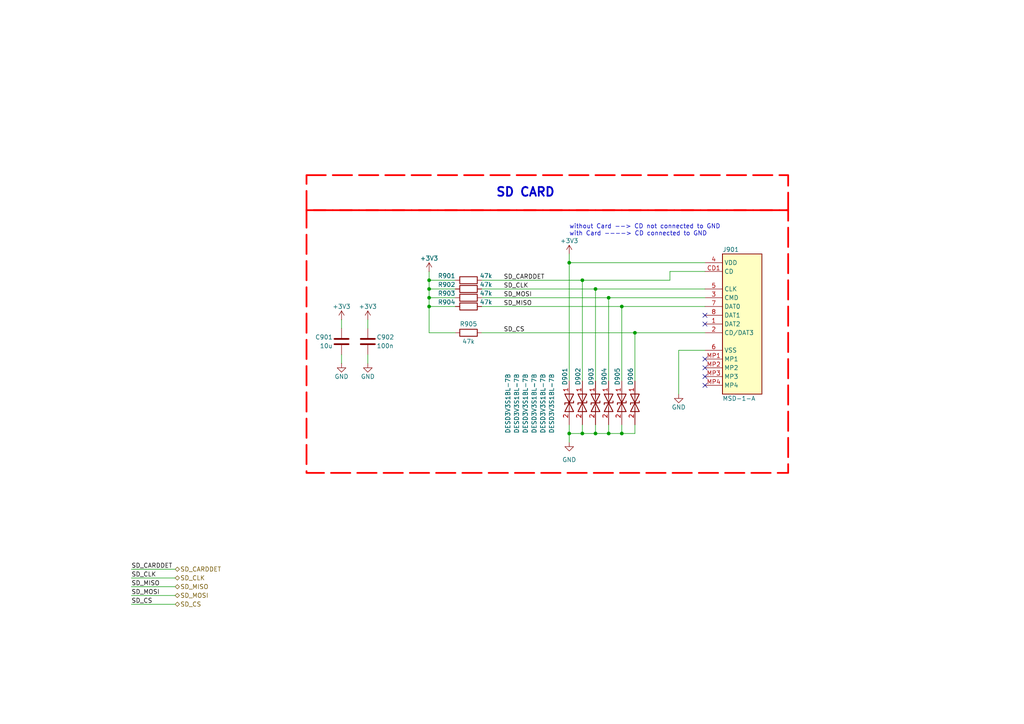
<source format=kicad_sch>
(kicad_sch (version 20231120) (generator "eeschema") (generator_version "8.0")
  (paper "A4")
  (title_block (title "SD Card") (date "2024-04-09") (company "MQuero"))
  (lib_symbols
    (symbol "Device:C" (pin_numbers hide) (pin_names (offset 0.254))
      (property "Reference" "C" (at 0.635 2.54 0))
      (property "Value" "C" (at 0.635 -2.54 0))
      (symbol "C_0_1"
        (polyline (pts (xy -2.032 -0.762) (xy 2.032 -0.762)) (stroke (width 0.508)))
        (polyline (pts (xy -2.032 0.762) (xy 2.032 0.762)) (stroke (width 0.508)))
      )
      (symbol "C_1_1"
        (pin passive line (at 0 3.81 270) (length 2.794) (name "~") (number "1"))
        (pin passive line (at 0 -3.81 90) (length 2.794) (name "~") (number "2"))
      )
    )
    (symbol "Device:R" (pin_numbers hide) (pin_names (offset 0))
      (property "Reference" "R" (at 2.032 0 90))
      (property "Value" "R" (at 0 0 90))
      (symbol "R_0_1"
        (rectangle (start -1.016 -2.54) (end 1.016 2.54) (stroke (width 0.254)))
      )
      (symbol "R_1_1"
        (pin passive line (at 0 3.81 270) (length 1.27) (name "~") (number "1"))
        (pin passive line (at 0 -3.81 90) (length 1.27) (name "~") (number "2"))
      )
    )
    (symbol "TFG:DESD3V3S1BL-7B" (pin_names (offset 0.254))
      (property "Reference" "D" (at 2.54 1.27 0))
      (property "Value" "DESD3V3S1BL-7B" (at 2.54 -1.27 0))
      (symbol "DESD3V3S1BL-7B_0_1"
        (polyline (pts (xy 0 -1.27) (xy 0 1.27)))
        (polyline (pts (xy 1.27 -0.508) (xy 1.27 0) (xy -1.27 0) (xy -1.27 0.508)) (stroke (width 0.254)))
        (polyline (pts (xy 1.27 2.54) (xy -1.27 2.54) (xy 1.27 -2.54) (xy -1.27 -2.54) (xy 1.27 2.54)) (stroke (width 0.254)))
      )
      (symbol "DESD3V3S1BL-7B_1_1"
        (pin unspecified line (at 0 6.35 270) (length 5.08) (name "~") (number "1"))
        (pin unspecified line (at 0 -6.35 90) (length 5.08) (name "~") (number "2"))
      )
    )
    (symbol "TFG:MSD-1-A"
      (property "Reference" "J" (at 0 1.27 0))
      (property "Value" "MSD-1-A" (at 0 -41.91 0))
      (symbol "MSD-1-A_1_1"
        (rectangle (start 0 0) (end 11.43 -40.64) (stroke (width 0.254)) (fill (type background)))
        (pin unspecified line (at -5.08 -20.32 0) (length 5.08) (name "DAT2") (number "1"))
        (pin unspecified line (at -5.08 -22.86 0) (length 5.08) (name "CD/DAT3") (number "2"))
        (pin unspecified line (at -5.08 -12.7 0) (length 5.08) (name "CMD") (number "3"))
        (pin unspecified line (at -5.08 -2.54 0) (length 5.08) (name "VDD") (number "4"))
        (pin unspecified line (at -5.08 -10.16 0) (length 5.08) (name "CLK") (number "5"))
        (pin unspecified line (at -5.08 -27.94 0) (length 5.08) (name "VSS") (number "6"))
        (pin unspecified line (at -5.08 -15.24 0) (length 5.08) (name "DAT0") (number "7"))
        (pin unspecified line (at -5.08 -17.78 0) (length 5.08) (name "DAT1") (number "8"))
        (pin unspecified line (at -5.08 -5.08 0) (length 5.08) (name "CD") (number "CD1"))
        (pin unspecified line (at -5.08 -30.48 0) (length 5.08) (name "MP1") (number "MP1"))
        (pin unspecified line (at -5.08 -33.02 0) (length 5.08) (name "MP2") (number "MP2"))
        (pin unspecified line (at -5.08 -35.56 0) (length 5.08) (name "MP3") (number "MP3"))
        (pin unspecified line (at -5.08 -38.1 0) (length 5.08) (name "MP4") (number "MP4"))
      )
    )
    (symbol "power:+3V3" (power) (pin_numbers hide) (pin_names (offset 0) hide)
      (property "Value" "+3V3" (at 0 3.556 0))
      (symbol "+3V3_0_1"
        (polyline (pts (xy -0.762 1.27) (xy 0 2.54)))
        (polyline (pts (xy 0 0) (xy 0 2.54)))
        (polyline (pts (xy 0 2.54) (xy 0.762 1.27)))
      )
      (symbol "+3V3_1_1"
        (pin power_in line (at 0 0 90) (length 0) (name "~") (number "1"))
      )
    )
    (symbol "power:GND" (power) (pin_numbers hide) (pin_names (offset 0) hide)
      (property "Value" "GND" (at 0 -3.81 0))
      (symbol "GND_0_1"
        (polyline (pts (xy 0 0) (xy 0 -1.27) (xy 1.27 -1.27) (xy 0 -2.54) (xy -1.27 -1.27) (xy 0 -1.27)))
      )
      (symbol "GND_1_1"
        (pin power_in line (at 0 0 270) (length 0) (name "~") (number "1"))
      )
    )
  )
  (junction (at 124.46 88.9))
  (junction (at 124.46 81.28))
  (junction (at 184.15 96.52))
  (junction (at 165.1 76.2))
  (junction (at 168.91 81.28))
  (junction (at 172.72 83.82))
  (junction (at 176.53 86.36))
  (junction (at 168.91 125.73))
  (junction (at 124.46 86.36))
  (junction (at 165.1 125.73))
  (junction (at 172.72 125.73))
  (junction (at 124.46 83.82))
  (junction (at 180.34 88.9))
  (junction (at 180.34 125.73))
  (junction (at 176.53 125.73))
  (no_connect (at 204.47 93.98))
  (no_connect (at 204.47 104.14))
  (no_connect (at 204.47 106.68))
  (no_connect (at 204.47 109.22))
  (no_connect (at 204.47 111.76))
  (no_connect (at 204.47 91.44))
  (wire (pts (xy 165.1 76.2) (xy 165.1 110.49)))
  (wire (pts (xy 124.46 88.9) (xy 132.08 88.9)))
  (wire (pts (xy 124.46 78.74) (xy 124.46 81.28)))
  (wire (pts (xy 176.53 123.19) (xy 176.53 125.73)))
  (wire (pts (xy 139.7 83.82) (xy 172.72 83.82)))
  (wire (pts (xy 165.1 73.66) (xy 165.1 76.2)))
  (wire (pts (xy 124.46 81.28) (xy 124.46 83.82)))
  (wire (pts (xy 172.72 83.82) (xy 172.72 110.49)))
  (wire (pts (xy 139.7 81.28) (xy 168.91 81.28)))
  (wire (pts (xy 204.47 101.6) (xy 196.85 101.6)))
  (wire (pts (xy 176.53 86.36) (xy 176.53 110.49)))
  (wire (pts (xy 124.46 83.82) (xy 132.08 83.82)))
  (wire (pts (xy 168.91 125.73) (xy 165.1 125.73)))
  (wire (pts (xy 204.47 78.74) (xy 194.31 78.74)))
  (wire (pts (xy 38.1 165.1) (xy 50.8 165.1)))
  (wire (pts (xy 165.1 125.73) (xy 165.1 128.27)))
  (wire (pts (xy 38.1 175.26) (xy 50.8 175.26)))
  (wire (pts (xy 180.34 123.19) (xy 180.34 125.73)))
  (wire (pts (xy 196.85 101.6) (xy 196.85 114.3)))
  (wire (pts (xy 194.31 81.28) (xy 194.31 78.74)))
  (wire (pts (xy 176.53 86.36) (xy 204.47 86.36)))
  (wire (pts (xy 180.34 125.73) (xy 176.53 125.73)))
  (wire (pts (xy 99.06 102.87) (xy 99.06 105.41)))
  (wire (pts (xy 132.08 96.52) (xy 124.46 96.52)))
  (wire (pts (xy 106.68 102.87) (xy 106.68 105.41)))
  (wire (pts (xy 184.15 96.52) (xy 184.15 110.49)))
  (wire (pts (xy 184.15 123.19) (xy 184.15 125.73)))
  (wire (pts (xy 124.46 86.36) (xy 132.08 86.36)))
  (wire (pts (xy 124.46 81.28) (xy 132.08 81.28)))
  (wire (pts (xy 165.1 76.2) (xy 204.47 76.2)))
  (wire (pts (xy 124.46 83.82) (xy 124.46 86.36)))
  (wire (pts (xy 168.91 123.19) (xy 168.91 125.73)))
  (wire (pts (xy 139.7 96.52) (xy 184.15 96.52)))
  (wire (pts (xy 106.68 92.71) (xy 106.68 95.25)))
  (wire (pts (xy 168.91 81.28) (xy 168.91 110.49)))
  (wire (pts (xy 180.34 88.9) (xy 204.47 88.9)))
  (wire (pts (xy 180.34 125.73) (xy 184.15 125.73)))
  (wire (pts (xy 38.1 167.64) (xy 50.8 167.64)))
  (wire (pts (xy 165.1 123.19) (xy 165.1 125.73)))
  (wire (pts (xy 99.06 92.71) (xy 99.06 95.25)))
  (wire (pts (xy 168.91 81.28) (xy 194.31 81.28)))
  (wire (pts (xy 172.72 123.19) (xy 172.72 125.73)))
  (wire (pts (xy 184.15 96.52) (xy 204.47 96.52)))
  (wire (pts (xy 172.72 125.73) (xy 168.91 125.73)))
  (wire (pts (xy 124.46 86.36) (xy 124.46 88.9)))
  (wire (pts (xy 38.1 172.72) (xy 50.8 172.72)))
  (wire (pts (xy 139.7 88.9) (xy 180.34 88.9)))
  (wire (pts (xy 180.34 88.9) (xy 180.34 110.49)))
  (wire (pts (xy 139.7 86.36) (xy 176.53 86.36)))
  (wire (pts (xy 172.72 83.82) (xy 204.47 83.82)))
  (wire (pts (xy 38.1 170.18) (xy 50.8 170.18)))
  (wire (pts (xy 176.53 125.73) (xy 172.72 125.73)))
  (wire (pts (xy 124.46 96.52) (xy 124.46 88.9)))
  (rectangle (start 88.9 60.96) (end 228.6 137.16) (stroke (width 0.508) (type dash) (color 255 0 0 1)))
  (rectangle (start 88.9 50.8) (end 228.6 60.96) (stroke (width 0.508) (type dash) (color 255 0 0 1)))
  (text "without Card --> CD not connected to GND\nwith Card ----> CD connected to GND" (at 165.1 68.58 0) (effects (font (size 1.27 1.27)) (justify left bottom)))
  (text "SD CARD" (at 152.4 55.88 0) (effects (font (size 2.54 2.54) (thickness 0.508) (bold yes))))
  (label "SD_CS" (at 38.1 175.26 0))
  (label "SD_CARDDET" (at 146.05 81.28 0))
  (label "SD_MOSI" (at 146.05 86.36 0))
  (label "SD_MISO" (at 38.1 170.18 0))
  (label "SD_CLK" (at 38.1 167.64 0))
  (label "SD_CARDDET" (at 38.1 165.1 0))
  (label "SD_CLK" (at 146.05 83.82 0))
  (label "SD_MISO" (at 146.05 88.9 0))
  (label "SD_CS" (at 146.05 96.52 0))
  (label "SD_MOSI" (at 38.1 172.72 0))
  (hierarchical_label "SD_CS" (shape bidirectional) (at 50.8 175.26 0))
  (hierarchical_label "SD_CARDDET" (shape bidirectional) (at 50.8 165.1 0))
  (hierarchical_label "SD_MOSI" (shape bidirectional) (at 50.8 172.72 0))
  (hierarchical_label "SD_CLK" (shape bidirectional) (at 50.8 167.64 0))
  (hierarchical_label "SD_MISO" (shape bidirectional) (at 50.8 170.18 0))
  (symbol (lib_id "power:+3V3") (at 165.1 73.66 0) (unit 1)
    (property "Reference" "#PWR0901" (effects (hide yes)))
    (property "Value" "+3V3" (at 165.1 69.85 0))
    (property "Description" "Power symbol creates a global label with name \"+3V3\"" (effects (hide yes)))
  )
  (symbol (lib_id "power:GND") (at 196.85 114.3 0) (unit 1)
    (property "Reference" "#PWR0907" (effects (hide yes)))
    (property "Value" "GND" (at 196.85 118.11 0))
    (property "Description" "Power symbol creates a global label with name \"GND\" , ground" (effects (hide yes)))
  )
  (symbol (lib_id "Device:R") (at 135.89 83.82 90) (unit 1)
    (property "Reference" "R902" (at 129.54 82.55 90))
    (property "Value" "47k" (at 140.97 82.55 90))
    (property "Footprint" "Resistor_SMD:R_0402_1005Metric" (effects (hide yes)))
    (property "Description" "Resistor" (effects (hide yes)))
  )
  (symbol (lib_id "TFG:DESD3V3S1BL-7B") (at 165.1 116.84 0) (mirror y) (unit 1)
    (property "Reference" "D901" (at 163.83 111.76 90) (effects (justify left)))
    (property "Value" "DESD3V3S1BL-7B" (at 147.32 125.73 90) (effects (justify left)))
    (property "Footprint" "TFG:DESD3V3S1BL-7B" (effects (hide yes)))
    (property "Datasheet" "https://www.diodes.com/assets/Datasheets/DESD3V3S1BL.pdf" (effects (hide yes)))
    (property "Description" "TVS DIODE 3.3VWM 7VC DFN1006-2" (effects (hide yes)))
    (property "MQ PN" "TFGD004 " (effects (hide yes)))
  )
  (symbol (lib_id "Device:R") (at 135.89 88.9 90) (unit 1)
    (property "Reference" "R904" (at 129.54 87.63 90))
    (property "Value" "47k" (at 140.97 87.63 90))
    (property "Footprint" "Resistor_SMD:R_0402_1005Metric" (effects (hide yes)))
    (property "Description" "Resistor" (effects (hide yes)))
  )
  (symbol (lib_id "Device:R") (at 135.89 96.52 90) (unit 1)
    (property "Reference" "R905" (at 135.89 93.98 90))
    (property "Value" "47k" (at 135.89 99.06 90))
    (property "Footprint" "Resistor_SMD:R_0402_1005Metric" (effects (hide yes)))
    (property "Description" "Resistor" (effects (hide yes)))
  )
  (symbol (lib_id "power:+3V3") (at 124.46 78.74 0) (unit 1)
    (property "Reference" "#PWR0902" (effects (hide yes)))
    (property "Value" "+3V3" (at 124.46 74.93 0))
    (property "Description" "Power symbol creates a global label with name \"+3V3\"" (effects (hide yes)))
  )
  (symbol (lib_id "Device:R") (at 135.89 81.28 90) (unit 1)
    (property "Reference" "R901" (at 129.54 80.01 90))
    (property "Value" "47k" (at 140.97 80.01 90))
    (property "Footprint" "Resistor_SMD:R_0402_1005Metric" (effects (hide yes)))
    (property "Description" "Resistor" (effects (hide yes)))
  )
  (symbol (lib_id "power:+3V3") (at 106.68 92.71 0) (unit 1)
    (property "Reference" "#PWR0904" (effects (hide yes)))
    (property "Value" "+3V3" (at 106.68 88.9 0))
    (property "Description" "Power symbol creates a global label with name \"+3V3\"" (effects (hide yes)))
  )
  (symbol (lib_id "Device:C") (at 99.06 99.06 0) (mirror y) (unit 1)
    (property "Reference" "C901" (at 96.52 97.79 0) (effects (justify left)))
    (property "Value" "10u" (at 96.52 100.33 0) (effects (justify left)))
    (property "Footprint" "Capacitor_SMD:C_0402_1005Metric" (effects (hide yes)))
    (property "Description" "Unpolarized capacitor" (effects (hide yes)))
  )
  (symbol (lib_id "power:GND") (at 99.06 105.41 0) (unit 1)
    (property "Reference" "#PWR0905" (effects (hide yes)))
    (property "Value" "GND" (at 99.06 109.22 0))
    (property "Description" "Power symbol creates a global label with name \"GND\" , ground" (effects (hide yes)))
  )
  (symbol (lib_id "power:+3V3") (at 99.06 92.71 0) (unit 1)
    (property "Reference" "#PWR0903" (effects (hide yes)))
    (property "Value" "+3V3" (at 99.06 88.9 0))
    (property "Description" "Power symbol creates a global label with name \"+3V3\"" (effects (hide yes)))
  )
  (symbol (lib_id "TFG:DESD3V3S1BL-7B") (at 184.15 116.84 0) (mirror y) (unit 1)
    (property "Reference" "D906" (at 182.88 111.76 90) (effects (justify left)))
    (property "Value" "DESD3V3S1BL-7B" (at 160.02 125.73 90) (effects (justify left)))
    (property "Footprint" "TFG:DESD3V3S1BL-7B" (effects (hide yes)))
    (property "Datasheet" "https://www.diodes.com/assets/Datasheets/DESD3V3S1BL.pdf" (effects (hide yes)))
    (property "Description" "TVS DIODE 3.3VWM 7VC DFN1006-2" (effects (hide yes)))
    (property "MQ PN" "TFGD004 " (effects (hide yes)))
  )
  (symbol (lib_id "TFG:DESD3V3S1BL-7B") (at 168.91 116.84 0) (mirror y) (unit 1)
    (property "Reference" "D902" (at 167.64 111.76 90) (effects (justify left)))
    (property "Value" "DESD3V3S1BL-7B" (at 149.86 125.73 90) (effects (justify left)))
    (property "Footprint" "TFG:DESD3V3S1BL-7B" (effects (hide yes)))
    (property "Datasheet" "https://www.diodes.com/assets/Datasheets/DESD3V3S1BL.pdf" (effects (hide yes)))
    (property "Description" "TVS DIODE 3.3VWM 7VC DFN1006-2" (effects (hide yes)))
    (property "MQ PN" "TFGD004 " (effects (hide yes)))
  )
  (symbol (lib_id "power:GND") (at 165.1 128.27 0) (unit 1)
    (property "Reference" "#PWR010" (effects (hide yes)))
    (property "Value" "GND" (at 165.1 133.35 0))
    (property "Description" "Power symbol creates a global label with name \"GND\" , ground" (effects (hide yes)))
  )
  (symbol (lib_id "TFG:DESD3V3S1BL-7B") (at 172.72 116.84 0) (mirror y) (unit 1)
    (property "Reference" "D903" (at 171.45 111.76 90) (effects (justify left)))
    (property "Value" "DESD3V3S1BL-7B" (at 152.4 125.73 90) (effects (justify left)))
    (property "Footprint" "TFG:DESD3V3S1BL-7B" (effects (hide yes)))
    (property "Datasheet" "https://www.diodes.com/assets/Datasheets/DESD3V3S1BL.pdf" (effects (hide yes)))
    (property "Description" "TVS DIODE 3.3VWM 7VC DFN1006-2" (effects (hide yes)))
    (property "MQ PN" "TFGD004 " (effects (hide yes)))
  )
  (symbol (lib_id "Device:R") (at 135.89 86.36 90) (unit 1)
    (property "Reference" "R903" (at 129.54 85.09 90))
    (property "Value" "47k" (at 140.97 85.09 90))
    (property "Footprint" "Resistor_SMD:R_0402_1005Metric" (effects (hide yes)))
    (property "Description" "Resistor" (effects (hide yes)))
  )
  (symbol (lib_id "power:GND") (at 106.68 105.41 0) (unit 1)
    (property "Reference" "#PWR0906" (effects (hide yes)))
    (property "Value" "GND" (at 106.68 109.22 0))
    (property "Description" "Power symbol creates a global label with name \"GND\" , ground" (effects (hide yes)))
  )
  (symbol (lib_id "Device:C") (at 106.68 99.06 0) (unit 1)
    (property "Reference" "C902" (at 109.22 97.79 0) (effects (justify left)))
    (property "Value" "100n" (at 109.22 100.33 0) (effects (justify left)))
    (property "Footprint" "Capacitor_SMD:C_0402_1005Metric" (effects (hide yes)))
    (property "Description" "Unpolarized capacitor" (effects (hide yes)))
  )
  (symbol (lib_id "TFG:DESD3V3S1BL-7B") (at 180.34 116.84 0) (mirror y) (unit 1)
    (property "Reference" "D905" (at 179.07 111.76 90) (effects (justify left)))
    (property "Value" "DESD3V3S1BL-7B" (at 157.48 125.73 90) (effects (justify left)))
    (property "Footprint" "TFG:DESD3V3S1BL-7B" (effects (hide yes)))
    (property "Datasheet" "https://www.diodes.com/assets/Datasheets/DESD3V3S1BL.pdf" (effects (hide yes)))
    (property "Description" "TVS DIODE 3.3VWM 7VC DFN1006-2" (effects (hide yes)))
    (property "MQ PN" "TFGD004 " (effects (hide yes)))
  )
  (symbol (lib_id "TFG:MSD-1-A") (at 209.55 73.66 0) (unit 1)
    (property "Reference" "J901" (at 209.55 72.39 0) (effects (justify left)))
    (property "Value" "MSD-1-A" (at 209.55 115.57 0) (effects (justify left)))
    (property "Footprint" "TFG:MSD1A" (effects (hide yes)))
    (property "Datasheet" "https://www.cuidevices.com/product/resource/msd-1-a.pdf" (effects (hide yes)))
    (property "Description" "MICRO SD CARD CONNECTOR, 9 POSIT" (effects (hide yes)))
    (property "MQ PN" "TFGJ003" (effects (hide yes)))
  )
  (symbol (lib_id "TFG:DESD3V3S1BL-7B") (at 176.53 116.84 0) (mirror y) (unit 1)
    (property "Reference" "D904" (at 175.26 111.76 90) (effects (justify left)))
    (property "Value" "DESD3V3S1BL-7B" (at 154.94 125.73 90) (effects (justify left)))
    (property "Footprint" "TFG:DESD3V3S1BL-7B" (effects (hide yes)))
    (property "Datasheet" "https://www.diodes.com/assets/Datasheets/DESD3V3S1BL.pdf" (effects (hide yes)))
    (property "Description" "TVS DIODE 3.3VWM 7VC DFN1006-2" (effects (hide yes)))
    (property "MQ PN" "TFGD004 " (effects (hide yes)))
  )
)
</source>
